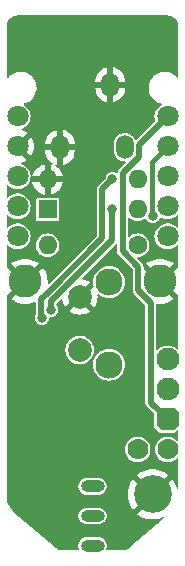
<source format=gbl>
G04 #@! TF.GenerationSoftware,KiCad,Pcbnew,7.0.6*
G04 #@! TF.CreationDate,2023-09-07T09:30:41-03:00*
G04 #@! TF.ProjectId,Lift Switch,4c696674-2053-4776-9974-63682e6b6963,rev?*
G04 #@! TF.SameCoordinates,Original*
G04 #@! TF.FileFunction,Copper,L2,Bot*
G04 #@! TF.FilePolarity,Positive*
%FSLAX46Y46*%
G04 Gerber Fmt 4.6, Leading zero omitted, Abs format (unit mm)*
G04 Created by KiCad (PCBNEW 7.0.6) date 2023-09-07 09:30:41*
%MOMM*%
%LPD*%
G01*
G04 APERTURE LIST*
G04 Aperture macros list*
%AMOutline5P*
0 Free polygon, 5 corners , with rotation*
0 The origin of the aperture is its center*
0 number of corners: always 5*
0 $1 to $10 corner X, Y*
0 $11 Rotation angle, in degrees counterclockwise*
0 create outline with 5 corners*
4,1,5,$1,$2,$3,$4,$5,$6,$7,$8,$9,$10,$1,$2,$11*%
%AMOutline6P*
0 Free polygon, 6 corners , with rotation*
0 The origin of the aperture is its center*
0 number of corners: always 6*
0 $1 to $12 corner X, Y*
0 $13 Rotation angle, in degrees counterclockwise*
0 create outline with 6 corners*
4,1,6,$1,$2,$3,$4,$5,$6,$7,$8,$9,$10,$11,$12,$1,$2,$13*%
%AMOutline7P*
0 Free polygon, 7 corners , with rotation*
0 The origin of the aperture is its center*
0 number of corners: always 7*
0 $1 to $14 corner X, Y*
0 $15 Rotation angle, in degrees counterclockwise*
0 create outline with 7 corners*
4,1,7,$1,$2,$3,$4,$5,$6,$7,$8,$9,$10,$11,$12,$13,$14,$1,$2,$15*%
%AMOutline8P*
0 Free polygon, 8 corners , with rotation*
0 The origin of the aperture is its center*
0 number of corners: always 8*
0 $1 to $16 corner X, Y*
0 $17 Rotation angle, in degrees counterclockwise*
0 create outline with 8 corners*
4,1,8,$1,$2,$3,$4,$5,$6,$7,$8,$9,$10,$11,$12,$13,$14,$15,$16,$1,$2,$17*%
G04 Aperture macros list end*
G04 #@! TA.AperFunction,ComponentPad*
%ADD10C,1.930400*%
G04 #@! TD*
G04 #@! TA.AperFunction,ComponentPad*
%ADD11Outline8P,-0.965200X0.482600X-0.482600X0.965200X0.482600X0.965200X0.965200X0.482600X0.965200X-0.482600X0.482600X-0.965200X-0.482600X-0.965200X-0.965200X-0.482600X270.000000*%
G04 #@! TD*
G04 #@! TA.AperFunction,ComponentPad*
%ADD12C,1.778000*%
G04 #@! TD*
G04 #@! TA.AperFunction,ComponentPad*
%ADD13C,3.200000*%
G04 #@! TD*
G04 #@! TA.AperFunction,ComponentPad*
%ADD14C,1.800000*%
G04 #@! TD*
G04 #@! TA.AperFunction,ComponentPad*
%ADD15C,2.800000*%
G04 #@! TD*
G04 #@! TA.AperFunction,ComponentPad*
%ADD16C,1.600000*%
G04 #@! TD*
G04 #@! TA.AperFunction,ComponentPad*
%ADD17O,1.600000X1.600000*%
G04 #@! TD*
G04 #@! TA.AperFunction,ComponentPad*
%ADD18R,1.600000X1.600000*%
G04 #@! TD*
G04 #@! TA.AperFunction,ComponentPad*
%ADD19O,2.000000X1.000000*%
G04 #@! TD*
G04 #@! TA.AperFunction,ComponentPad*
%ADD20C,2.000000*%
G04 #@! TD*
G04 #@! TA.AperFunction,ComponentPad*
%ADD21C,2.300000*%
G04 #@! TD*
G04 #@! TA.AperFunction,ComponentPad*
%ADD22O,1.500000X2.000000*%
G04 #@! TD*
G04 #@! TA.AperFunction,ViaPad*
%ADD23C,0.800000*%
G04 #@! TD*
G04 #@! TA.AperFunction,Conductor*
%ADD24C,0.508000*%
G04 #@! TD*
G04 #@! TA.AperFunction,Conductor*
%ADD25C,0.381000*%
G04 #@! TD*
G04 APERTURE END LIST*
D10*
X140970000Y-105664000D03*
X140970000Y-108204000D03*
D11*
X140970000Y-110744000D03*
D12*
X140970000Y-113284000D03*
X138430000Y-113284000D03*
D13*
X139700000Y-117094000D03*
D14*
X128270000Y-85090000D03*
X128270000Y-87630000D03*
X128270000Y-90170000D03*
X128270000Y-92710000D03*
X128270000Y-95250000D03*
X140970000Y-95250000D03*
X140970000Y-92710000D03*
X140970000Y-90170000D03*
X140970000Y-87630000D03*
X140970000Y-85090000D03*
D15*
X140335000Y-99060000D03*
X128905000Y-99060000D03*
D16*
X138430000Y-96012000D03*
D17*
X130810000Y-96012000D03*
D18*
X130820000Y-92969000D03*
D17*
X130820000Y-90429000D03*
X138440000Y-90429000D03*
X138440000Y-92969000D03*
D19*
X134620000Y-118924000D03*
X134620000Y-121424000D03*
X134620000Y-116424000D03*
D20*
X133527000Y-104866000D03*
X133527000Y-100366000D03*
D21*
X136027000Y-99116000D03*
X136027000Y-106116000D03*
D22*
X131870000Y-87700000D03*
X136120000Y-82400000D03*
X137370000Y-87700000D03*
D23*
X138176000Y-108458000D03*
X130683000Y-83820000D03*
X140716000Y-103886000D03*
X133096000Y-102616000D03*
X128397000Y-80391000D03*
X139065000Y-85217000D03*
X132080000Y-113284000D03*
X134620000Y-77597000D03*
X131191000Y-97790000D03*
X134275651Y-94160696D03*
X137160000Y-116586000D03*
X128524000Y-114173000D03*
X128651000Y-101600000D03*
X128905000Y-117856000D03*
X140716000Y-101473000D03*
X130175000Y-86487000D03*
X136271000Y-120269000D03*
X128397000Y-104902000D03*
X135382000Y-103886000D03*
X128397000Y-77597000D03*
X136271000Y-113030000D03*
X132969000Y-108331000D03*
X140843000Y-77724000D03*
X134493000Y-87503000D03*
X138811000Y-81534000D03*
X132842000Y-120269000D03*
X130355427Y-102140353D03*
X136306920Y-90423196D03*
X136306500Y-92964000D03*
X131099500Y-101473000D03*
X139719101Y-93536897D03*
D24*
X135452500Y-91277616D02*
X136306920Y-90423196D01*
X130806237Y-100029233D02*
X135452500Y-95382970D01*
X135452500Y-92964000D02*
X135452500Y-91277616D01*
X130245500Y-102030426D02*
X130245500Y-101346000D01*
X130245500Y-100589970D02*
X130806237Y-100029233D01*
X130245500Y-101346000D02*
X130245500Y-100589970D01*
X130355427Y-102140353D02*
X130245500Y-102030426D01*
X135452500Y-95382970D02*
X135452500Y-92964000D01*
X140970000Y-110744000D02*
X139550800Y-109324800D01*
X137186000Y-89909576D02*
X138574000Y-88521576D01*
X137160000Y-90450000D02*
X137186000Y-90424000D01*
X137160000Y-96515424D02*
X137160000Y-90450000D01*
X139550800Y-109324800D02*
X139550800Y-100897752D01*
X138574000Y-88521576D02*
X138574000Y-87486000D01*
X138481000Y-99827952D02*
X138481000Y-97836424D01*
X138481000Y-97836424D02*
X137160000Y-96515424D01*
X137186000Y-90424000D02*
X137186000Y-89909576D01*
X139550800Y-100897752D02*
X138481000Y-99827952D01*
X138574000Y-87486000D02*
X140970000Y-85090000D01*
X131099500Y-101473000D02*
X131099500Y-100737233D01*
X132682367Y-99154366D02*
X136306500Y-95530233D01*
X131099500Y-100737233D02*
X132682367Y-99154366D01*
X136306500Y-95530233D02*
X136306500Y-92964000D01*
D25*
X139719101Y-93536897D02*
X139679500Y-93497296D01*
X139679500Y-88920500D02*
X140970000Y-87630000D01*
X139679500Y-93497296D02*
X139679500Y-88920500D01*
G04 #@! TA.AperFunction,Conductor*
G36*
X136673433Y-95893939D02*
G01*
X136702938Y-95936076D01*
X136705500Y-95955539D01*
X136705500Y-96487781D01*
X136705263Y-96491994D01*
X136700687Y-96532606D01*
X136700687Y-96532613D01*
X136711843Y-96591572D01*
X136720785Y-96650899D01*
X136722447Y-96656286D01*
X136722393Y-96656302D01*
X136724246Y-96661932D01*
X136724298Y-96661914D01*
X136726159Y-96667233D01*
X136754196Y-96720281D01*
X136780230Y-96774339D01*
X136780233Y-96774345D01*
X136780237Y-96774349D01*
X136783408Y-96779000D01*
X136783361Y-96779031D01*
X136786787Y-96783860D01*
X136786832Y-96783828D01*
X136790177Y-96788360D01*
X136790178Y-96788361D01*
X136790180Y-96788364D01*
X136832609Y-96830793D01*
X136873423Y-96874780D01*
X136873424Y-96874781D01*
X136877832Y-96878296D01*
X136877797Y-96878339D01*
X136887933Y-96886117D01*
X138004474Y-98002658D01*
X138026214Y-98049278D01*
X138026500Y-98055832D01*
X138026500Y-99800309D01*
X138026263Y-99804522D01*
X138021687Y-99845134D01*
X138021687Y-99845141D01*
X138032843Y-99904100D01*
X138041785Y-99963427D01*
X138043447Y-99968814D01*
X138043393Y-99968830D01*
X138045246Y-99974460D01*
X138045298Y-99974442D01*
X138047159Y-99979761D01*
X138075196Y-100032809D01*
X138088291Y-100060000D01*
X138101233Y-100086873D01*
X138101237Y-100086877D01*
X138104408Y-100091528D01*
X138104361Y-100091559D01*
X138107787Y-100096388D01*
X138107832Y-100096356D01*
X138111177Y-100100888D01*
X138111178Y-100100889D01*
X138111180Y-100100892D01*
X138153609Y-100143321D01*
X138194423Y-100187308D01*
X138194424Y-100187309D01*
X138198832Y-100190824D01*
X138198797Y-100190867D01*
X138208933Y-100198645D01*
X138642765Y-100632477D01*
X139074274Y-101063985D01*
X139096014Y-101110605D01*
X139096300Y-101117159D01*
X139096300Y-109297157D01*
X139096063Y-109301370D01*
X139091487Y-109341982D01*
X139091487Y-109341989D01*
X139102643Y-109400948D01*
X139111585Y-109460275D01*
X139113247Y-109465662D01*
X139113193Y-109465678D01*
X139115046Y-109471308D01*
X139115098Y-109471290D01*
X139116959Y-109476609D01*
X139144996Y-109529657D01*
X139168422Y-109578300D01*
X139171033Y-109583721D01*
X139171037Y-109583725D01*
X139174208Y-109588376D01*
X139174161Y-109588407D01*
X139177587Y-109593236D01*
X139177632Y-109593204D01*
X139180977Y-109597736D01*
X139180978Y-109597737D01*
X139180980Y-109597740D01*
X139223409Y-109640169D01*
X139264223Y-109684156D01*
X139264224Y-109684157D01*
X139268632Y-109687672D01*
X139268597Y-109687715D01*
X139278733Y-109695493D01*
X139782274Y-110199034D01*
X139804014Y-110245654D01*
X139804300Y-110252208D01*
X139804300Y-111246352D01*
X139815931Y-111304830D01*
X139815933Y-111304835D01*
X139849054Y-111354404D01*
X139849062Y-111354413D01*
X140359583Y-111864934D01*
X140359587Y-111864937D01*
X140359590Y-111864940D01*
X140392418Y-111886875D01*
X140409164Y-111898064D01*
X140409166Y-111898065D01*
X140409169Y-111898067D01*
X140438410Y-111903883D01*
X140467651Y-111909700D01*
X140467652Y-111909700D01*
X141472353Y-111909700D01*
X141491845Y-111905822D01*
X141530832Y-111898068D01*
X141580408Y-111864942D01*
X141763526Y-111681823D01*
X141810146Y-111660084D01*
X141859833Y-111673398D01*
X141889338Y-111715535D01*
X141891900Y-111734998D01*
X141891900Y-112479839D01*
X141874307Y-112528177D01*
X141829758Y-112553897D01*
X141779100Y-112544964D01*
X141766038Y-112535412D01*
X141629386Y-112410836D01*
X141457716Y-112304542D01*
X141269434Y-112231601D01*
X141236353Y-112225417D01*
X141070957Y-112194500D01*
X140869043Y-112194500D01*
X140736725Y-112219233D01*
X140670565Y-112231601D01*
X140482284Y-112304542D01*
X140482283Y-112304542D01*
X140310613Y-112410836D01*
X140161400Y-112546863D01*
X140039717Y-112707998D01*
X139949719Y-112888739D01*
X139949717Y-112888742D01*
X139894462Y-113082942D01*
X139875832Y-113283997D01*
X139875832Y-113284002D01*
X139894462Y-113485057D01*
X139949717Y-113679257D01*
X139949719Y-113679260D01*
X140039717Y-113860001D01*
X140161400Y-114021136D01*
X140310613Y-114157163D01*
X140482283Y-114263457D01*
X140482285Y-114263457D01*
X140482287Y-114263459D01*
X140670567Y-114336399D01*
X140869043Y-114373500D01*
X140869048Y-114373500D01*
X141070952Y-114373500D01*
X141070957Y-114373500D01*
X141269433Y-114336399D01*
X141457713Y-114263459D01*
X141629384Y-114157165D01*
X141766039Y-114032586D01*
X141813612Y-114013023D01*
X141862631Y-114028617D01*
X141890159Y-114072072D01*
X141891900Y-114088160D01*
X141891900Y-116549544D01*
X141874307Y-116597882D01*
X141829758Y-116623602D01*
X141779100Y-116614669D01*
X141746035Y-116575264D01*
X141743073Y-116564844D01*
X141734574Y-116523945D01*
X141734570Y-116523933D01*
X141638001Y-116252210D01*
X141638000Y-116252209D01*
X141505323Y-115996155D01*
X141361211Y-115791996D01*
X140748545Y-116404662D01*
X140747433Y-116402596D01*
X140607145Y-116226680D01*
X140437701Y-116078642D01*
X140386649Y-116048140D01*
X141000368Y-115434421D01*
X140918477Y-115367798D01*
X140672085Y-115217965D01*
X140672078Y-115217961D01*
X140407585Y-115103075D01*
X140407576Y-115103072D01*
X140129887Y-115025268D01*
X139844185Y-114986000D01*
X139555815Y-114986000D01*
X139270112Y-115025268D01*
X138992423Y-115103072D01*
X138992414Y-115103075D01*
X138727921Y-115217961D01*
X138727914Y-115217965D01*
X138481519Y-115367801D01*
X138481512Y-115367806D01*
X138399630Y-115434420D01*
X138399630Y-115434421D01*
X139013150Y-116047941D01*
X138874253Y-116148856D01*
X138718761Y-116311488D01*
X138654949Y-116408158D01*
X138038787Y-115791996D01*
X138038786Y-115791996D01*
X137894678Y-115996151D01*
X137761999Y-116252209D01*
X137761998Y-116252210D01*
X137665429Y-116523933D01*
X137665425Y-116523945D01*
X137606755Y-116806280D01*
X137606755Y-116806283D01*
X137587074Y-117093999D01*
X137606755Y-117381716D01*
X137606755Y-117381719D01*
X137665425Y-117664054D01*
X137665429Y-117664066D01*
X137761998Y-117935789D01*
X137761999Y-117935790D01*
X137894678Y-118191848D01*
X138038787Y-118396002D01*
X138651453Y-117783335D01*
X138652567Y-117785404D01*
X138792855Y-117961320D01*
X138962299Y-118109358D01*
X139013349Y-118139859D01*
X138399630Y-118753577D01*
X138481514Y-118820195D01*
X138481521Y-118820200D01*
X138727914Y-118970034D01*
X138727921Y-118970038D01*
X138992414Y-119084924D01*
X138992423Y-119084927D01*
X139270112Y-119162731D01*
X139555815Y-119202000D01*
X139844185Y-119202000D01*
X140129887Y-119162731D01*
X140407576Y-119084927D01*
X140407585Y-119084924D01*
X140612207Y-118996043D01*
X140663552Y-118992922D01*
X140704891Y-119023535D01*
X140716880Y-119073558D01*
X140693911Y-119119584D01*
X140690377Y-119122730D01*
X137757637Y-121572584D01*
X137757496Y-121572685D01*
X137712225Y-121610518D01*
X137709624Y-121612506D01*
X137584994Y-121699445D01*
X137573661Y-121705965D01*
X137440323Y-121767927D01*
X137428030Y-121772386D01*
X137285976Y-121810313D01*
X137273099Y-121812575D01*
X137172410Y-121821338D01*
X137121628Y-121825758D01*
X137118368Y-121825899D01*
X137081893Y-121825890D01*
X137064949Y-121825887D01*
X137064948Y-121825887D01*
X137059131Y-121825886D01*
X137058955Y-121825900D01*
X135824581Y-121825900D01*
X135776243Y-121808307D01*
X135750523Y-121763758D01*
X135757995Y-121715753D01*
X135779788Y-121674228D01*
X135779789Y-121674227D01*
X135779789Y-121674226D01*
X135779790Y-121674225D01*
X135820500Y-121509056D01*
X135820500Y-121338944D01*
X135779790Y-121173775D01*
X135700734Y-121023148D01*
X135700732Y-121023146D01*
X135700731Y-121023144D01*
X135587937Y-120895825D01*
X135587932Y-120895820D01*
X135587929Y-120895817D01*
X135447930Y-120799182D01*
X135288872Y-120738860D01*
X135162372Y-120723500D01*
X134077628Y-120723500D01*
X133951128Y-120738860D01*
X133951126Y-120738860D01*
X133951124Y-120738861D01*
X133792072Y-120799181D01*
X133792069Y-120799182D01*
X133652072Y-120895816D01*
X133652062Y-120895825D01*
X133539268Y-121023144D01*
X133539266Y-121023147D01*
X133460210Y-121173774D01*
X133419500Y-121338945D01*
X133419500Y-121509054D01*
X133460210Y-121674227D01*
X133460211Y-121674228D01*
X133482005Y-121715753D01*
X133488891Y-121766730D01*
X133461398Y-121810206D01*
X133415419Y-121825900D01*
X132181045Y-121825900D01*
X132180868Y-121825886D01*
X132175051Y-121825887D01*
X132158495Y-121825890D01*
X132121557Y-121825899D01*
X132118287Y-121825758D01*
X131966899Y-121812582D01*
X131954021Y-121810320D01*
X131811968Y-121772393D01*
X131799676Y-121767935D01*
X131694309Y-121718972D01*
X131666332Y-121705971D01*
X131654999Y-121699451D01*
X131530448Y-121612566D01*
X131527850Y-121610581D01*
X131482504Y-121572685D01*
X131482362Y-121572584D01*
X128413540Y-119009056D01*
X133419500Y-119009056D01*
X133447518Y-119122730D01*
X133460210Y-119174225D01*
X133539266Y-119324852D01*
X133539268Y-119324855D01*
X133652062Y-119452174D01*
X133652067Y-119452178D01*
X133652071Y-119452183D01*
X133792070Y-119548818D01*
X133951128Y-119609140D01*
X134077628Y-119624500D01*
X135162372Y-119624500D01*
X135288872Y-119609140D01*
X135447930Y-119548818D01*
X135587929Y-119452183D01*
X135700734Y-119324852D01*
X135779790Y-119174225D01*
X135820500Y-119009056D01*
X135820500Y-118838944D01*
X135779790Y-118673775D01*
X135700734Y-118523148D01*
X135700732Y-118523146D01*
X135700731Y-118523144D01*
X135587937Y-118395825D01*
X135587932Y-118395820D01*
X135587929Y-118395817D01*
X135447930Y-118299182D01*
X135288872Y-118238860D01*
X135162372Y-118223500D01*
X134077628Y-118223500D01*
X133951128Y-118238860D01*
X133951126Y-118238860D01*
X133951124Y-118238861D01*
X133792072Y-118299181D01*
X133792069Y-118299182D01*
X133652072Y-118395816D01*
X133652062Y-118395825D01*
X133539268Y-118523144D01*
X133539266Y-118523147D01*
X133460210Y-118673774D01*
X133460209Y-118673775D01*
X133460210Y-118673775D01*
X133419500Y-118838944D01*
X133419500Y-119009056D01*
X128413540Y-119009056D01*
X128135987Y-118777203D01*
X128134206Y-118775617D01*
X127938179Y-118589541D01*
X127934986Y-118586107D01*
X127883364Y-118523147D01*
X127764346Y-118377989D01*
X127761609Y-118374190D01*
X127618168Y-118146461D01*
X127615924Y-118142352D01*
X127501917Y-117898565D01*
X127500200Y-117894203D01*
X127417389Y-117638126D01*
X127416227Y-117633583D01*
X127365901Y-117369200D01*
X127365313Y-117364548D01*
X127348176Y-117094747D01*
X127348100Y-117092363D01*
X127348100Y-116509056D01*
X133419500Y-116509056D01*
X133442096Y-116600733D01*
X133460210Y-116674225D01*
X133539266Y-116824852D01*
X133539268Y-116824855D01*
X133652062Y-116952174D01*
X133652067Y-116952178D01*
X133652071Y-116952183D01*
X133792070Y-117048818D01*
X133951128Y-117109140D01*
X134077628Y-117124500D01*
X135162372Y-117124500D01*
X135288872Y-117109140D01*
X135447930Y-117048818D01*
X135587929Y-116952183D01*
X135700734Y-116824852D01*
X135779790Y-116674225D01*
X135820500Y-116509056D01*
X135820500Y-116338944D01*
X135779790Y-116173775D01*
X135700734Y-116023148D01*
X135700732Y-116023146D01*
X135700731Y-116023144D01*
X135587937Y-115895825D01*
X135587932Y-115895820D01*
X135587929Y-115895817D01*
X135447930Y-115799182D01*
X135288872Y-115738860D01*
X135162372Y-115723500D01*
X134077628Y-115723500D01*
X133951128Y-115738860D01*
X133951126Y-115738860D01*
X133951124Y-115738861D01*
X133792072Y-115799181D01*
X133792069Y-115799182D01*
X133652072Y-115895816D01*
X133652062Y-115895825D01*
X133539268Y-116023144D01*
X133539266Y-116023147D01*
X133460210Y-116173774D01*
X133460209Y-116173775D01*
X133460210Y-116173775D01*
X133419500Y-116338944D01*
X133419500Y-116509056D01*
X127348100Y-116509056D01*
X127348100Y-113284002D01*
X137335832Y-113284002D01*
X137354462Y-113485057D01*
X137409717Y-113679257D01*
X137409719Y-113679260D01*
X137499717Y-113860001D01*
X137621400Y-114021136D01*
X137770613Y-114157163D01*
X137942283Y-114263457D01*
X137942285Y-114263457D01*
X137942287Y-114263459D01*
X138130567Y-114336399D01*
X138329043Y-114373500D01*
X138329048Y-114373500D01*
X138530952Y-114373500D01*
X138530957Y-114373500D01*
X138729433Y-114336399D01*
X138917713Y-114263459D01*
X139089384Y-114157165D01*
X139238600Y-114021136D01*
X139360280Y-113860005D01*
X139450281Y-113679259D01*
X139505538Y-113485053D01*
X139524168Y-113284000D01*
X139505538Y-113082947D01*
X139505537Y-113082942D01*
X139450282Y-112888742D01*
X139450280Y-112888739D01*
X139360282Y-112707998D01*
X139238599Y-112546863D01*
X139089386Y-112410836D01*
X138917716Y-112304542D01*
X138729434Y-112231601D01*
X138696353Y-112225417D01*
X138530957Y-112194500D01*
X138329043Y-112194500D01*
X138196725Y-112219234D01*
X138130565Y-112231601D01*
X137942284Y-112304542D01*
X137942283Y-112304542D01*
X137770613Y-112410836D01*
X137621400Y-112546863D01*
X137499717Y-112707998D01*
X137409719Y-112888739D01*
X137409717Y-112888742D01*
X137354462Y-113082942D01*
X137335832Y-113283997D01*
X137335832Y-113284002D01*
X127348100Y-113284002D01*
X127348100Y-106116000D01*
X134671341Y-106116000D01*
X134691936Y-106351403D01*
X134691936Y-106351406D01*
X134691937Y-106351408D01*
X134753097Y-106579663D01*
X134753098Y-106579666D01*
X134852961Y-106793824D01*
X134852964Y-106793829D01*
X134852965Y-106793830D01*
X134879471Y-106831684D01*
X134988507Y-106987404D01*
X135155595Y-107154492D01*
X135155598Y-107154494D01*
X135155599Y-107154495D01*
X135349170Y-107290035D01*
X135349172Y-107290035D01*
X135349175Y-107290038D01*
X135527401Y-107373145D01*
X135563337Y-107389903D01*
X135791592Y-107451063D01*
X136027000Y-107471659D01*
X136262408Y-107451063D01*
X136490663Y-107389903D01*
X136704830Y-107290035D01*
X136898401Y-107154495D01*
X137065495Y-106987401D01*
X137201035Y-106793830D01*
X137300903Y-106579663D01*
X137362063Y-106351408D01*
X137382659Y-106116000D01*
X137362063Y-105880592D01*
X137300903Y-105652337D01*
X137230187Y-105500687D01*
X137201038Y-105438176D01*
X137201035Y-105438173D01*
X137201035Y-105438171D01*
X137065495Y-105244599D01*
X137065494Y-105244598D01*
X137065492Y-105244595D01*
X136898404Y-105077507D01*
X136704824Y-104941961D01*
X136490666Y-104842098D01*
X136490663Y-104842097D01*
X136262408Y-104780937D01*
X136262406Y-104780936D01*
X136262403Y-104780936D01*
X136027000Y-104760341D01*
X135791596Y-104780936D01*
X135791592Y-104780936D01*
X135791592Y-104780937D01*
X135674539Y-104812301D01*
X135563337Y-104842097D01*
X135563333Y-104842098D01*
X135349176Y-104941961D01*
X135155595Y-105077507D01*
X134988507Y-105244595D01*
X134852961Y-105438176D01*
X134753098Y-105652333D01*
X134753097Y-105652337D01*
X134691936Y-105880596D01*
X134671341Y-106116000D01*
X127348100Y-106116000D01*
X127348100Y-104866002D01*
X132321357Y-104866002D01*
X132341885Y-105087536D01*
X132341886Y-105087544D01*
X132402768Y-105301519D01*
X132402772Y-105301530D01*
X132501940Y-105500687D01*
X132636015Y-105678232D01*
X132636018Y-105678235D01*
X132800435Y-105828122D01*
X132800437Y-105828123D01*
X132800438Y-105828124D01*
X132989599Y-105945247D01*
X133197060Y-106025618D01*
X133415757Y-106066500D01*
X133415761Y-106066500D01*
X133638239Y-106066500D01*
X133638243Y-106066500D01*
X133856940Y-106025618D01*
X134064401Y-105945247D01*
X134253562Y-105828124D01*
X134417981Y-105678236D01*
X134552058Y-105500689D01*
X134651229Y-105301528D01*
X134712115Y-105087536D01*
X134729433Y-104900638D01*
X134732643Y-104866002D01*
X134732643Y-104865997D01*
X134722852Y-104760341D01*
X134712115Y-104644464D01*
X134712113Y-104644458D01*
X134712113Y-104644455D01*
X134651231Y-104430480D01*
X134651229Y-104430472D01*
X134601440Y-104330484D01*
X134552059Y-104231312D01*
X134417984Y-104053767D01*
X134417981Y-104053764D01*
X134253564Y-103903877D01*
X134064405Y-103786755D01*
X134064402Y-103786754D01*
X134064401Y-103786753D01*
X133856940Y-103706382D01*
X133638243Y-103665500D01*
X133415757Y-103665500D01*
X133240799Y-103698205D01*
X133197059Y-103706382D01*
X132989594Y-103786755D01*
X132800435Y-103903877D01*
X132636018Y-104053764D01*
X132636015Y-104053767D01*
X132501940Y-104231312D01*
X132402772Y-104430469D01*
X132402768Y-104430480D01*
X132341886Y-104644455D01*
X132341885Y-104644463D01*
X132321357Y-104865997D01*
X132321357Y-104866002D01*
X127348100Y-104866002D01*
X127348100Y-100288838D01*
X127365693Y-100240500D01*
X127370126Y-100235664D01*
X128041177Y-99564612D01*
X128110146Y-99675263D01*
X128250268Y-99822671D01*
X128398420Y-99925788D01*
X127747393Y-100576814D01*
X127870824Y-100669213D01*
X128110357Y-100800008D01*
X128366091Y-100895392D01*
X128632761Y-100953402D01*
X128632784Y-100953405D01*
X128904994Y-100972874D01*
X128905006Y-100972874D01*
X129177215Y-100953405D01*
X129177238Y-100953402D01*
X129443908Y-100895392D01*
X129689520Y-100803783D01*
X129740958Y-100803375D01*
X129780625Y-100836126D01*
X129791000Y-100874242D01*
X129791000Y-101918858D01*
X129785276Y-101947635D01*
X129770384Y-101983587D01*
X129770383Y-101983589D01*
X129770383Y-101983591D01*
X129757864Y-102078681D01*
X129749745Y-102140352D01*
X129770383Y-102297116D01*
X129830890Y-102443192D01*
X129830892Y-102443195D01*
X129927144Y-102568635D01*
X130005228Y-102628550D01*
X130052586Y-102664889D01*
X130198665Y-102725397D01*
X130355427Y-102746035D01*
X130512189Y-102725397D01*
X130658268Y-102664889D01*
X130783709Y-102568635D01*
X130879963Y-102443194D01*
X130940471Y-102297115D01*
X130961109Y-102140353D01*
X130961108Y-102140349D01*
X130961631Y-102136380D01*
X130985383Y-102090752D01*
X131032908Y-102071067D01*
X131045992Y-102071637D01*
X131099500Y-102078682D01*
X131256262Y-102058044D01*
X131402341Y-101997536D01*
X131527782Y-101901282D01*
X131624036Y-101775841D01*
X131684544Y-101629762D01*
X131705182Y-101473000D01*
X131684544Y-101316238D01*
X131624036Y-101170159D01*
X131624033Y-101170155D01*
X131569539Y-101099137D01*
X131553999Y-101053358D01*
X131553999Y-100956641D01*
X131571592Y-100908303D01*
X131576012Y-100903479D01*
X131907792Y-100571699D01*
X131954409Y-100549962D01*
X132004096Y-100563276D01*
X132033601Y-100605413D01*
X132034085Y-100607321D01*
X132088370Y-100833430D01*
X132088373Y-100833441D01*
X132179207Y-101052734D01*
X132293897Y-101239892D01*
X133042638Y-100491150D01*
X133067507Y-100575844D01*
X133145239Y-100696798D01*
X133253900Y-100790952D01*
X133384685Y-100850680D01*
X133399411Y-100852797D01*
X132653106Y-101599101D01*
X132840265Y-101713792D01*
X133059558Y-101804626D01*
X133059569Y-101804629D01*
X133290359Y-101860038D01*
X133290369Y-101860040D01*
X133526997Y-101878663D01*
X133527003Y-101878663D01*
X133763630Y-101860040D01*
X133763640Y-101860038D01*
X133994430Y-101804629D01*
X133994441Y-101804626D01*
X134213736Y-101713791D01*
X134213742Y-101713788D01*
X134400891Y-101599102D01*
X134400892Y-101599101D01*
X133654588Y-100852797D01*
X133669315Y-100850680D01*
X133800100Y-100790952D01*
X133908761Y-100696798D01*
X133986493Y-100575844D01*
X134011360Y-100491151D01*
X134760101Y-101239892D01*
X134760102Y-101239891D01*
X134874788Y-101052742D01*
X134874791Y-101052736D01*
X134965626Y-100833441D01*
X134965629Y-100833430D01*
X135021038Y-100602640D01*
X135021040Y-100602630D01*
X135039663Y-100366002D01*
X135039663Y-100365997D01*
X135027684Y-100213797D01*
X135041430Y-100164228D01*
X135083823Y-100135092D01*
X135135026Y-100140022D01*
X135152869Y-100152633D01*
X135153080Y-100152382D01*
X135155594Y-100154491D01*
X135155597Y-100154493D01*
X135155599Y-100154495D01*
X135349170Y-100290035D01*
X135349172Y-100290035D01*
X135349175Y-100290038D01*
X135512073Y-100365998D01*
X135563337Y-100389903D01*
X135791592Y-100451063D01*
X136027000Y-100471659D01*
X136262408Y-100451063D01*
X136490663Y-100389903D01*
X136704830Y-100290035D01*
X136898401Y-100154495D01*
X137065495Y-99987401D01*
X137201035Y-99793830D01*
X137300903Y-99579663D01*
X137362063Y-99351408D01*
X137382659Y-99116000D01*
X137362063Y-98880592D01*
X137300903Y-98652337D01*
X137204097Y-98444737D01*
X137201038Y-98438176D01*
X137201035Y-98438173D01*
X137201035Y-98438171D01*
X137065495Y-98244599D01*
X137065494Y-98244598D01*
X137065492Y-98244595D01*
X136898404Y-98077507D01*
X136822965Y-98024684D01*
X136704830Y-97941965D01*
X136704829Y-97941964D01*
X136704824Y-97941961D01*
X136490666Y-97842098D01*
X136490663Y-97842097D01*
X136262408Y-97780937D01*
X136262406Y-97780936D01*
X136262403Y-97780936D01*
X136058682Y-97763112D01*
X136027000Y-97760341D01*
X136026999Y-97760341D01*
X135791596Y-97780936D01*
X135563337Y-97842097D01*
X135563333Y-97842098D01*
X135349176Y-97941961D01*
X135155595Y-98077507D01*
X134988507Y-98244595D01*
X134852961Y-98438176D01*
X134753098Y-98652333D01*
X134753097Y-98652337D01*
X134693949Y-98873085D01*
X134691936Y-98880596D01*
X134671341Y-99116000D01*
X134691936Y-99351403D01*
X134691936Y-99351404D01*
X134724837Y-99474199D01*
X134720353Y-99525443D01*
X134705373Y-99546835D01*
X134011360Y-100240847D01*
X133986493Y-100156156D01*
X133908761Y-100035202D01*
X133800100Y-99941048D01*
X133669315Y-99881320D01*
X133654586Y-99879202D01*
X134400892Y-99132897D01*
X134213734Y-99018207D01*
X133994441Y-98927373D01*
X133994430Y-98927370D01*
X133768320Y-98873085D01*
X133725425Y-98844693D01*
X133710815Y-98795372D01*
X133731327Y-98748199D01*
X133732624Y-98746867D01*
X136577127Y-95902364D01*
X136623746Y-95880625D01*
X136673433Y-95893939D01*
G37*
G04 #@! TD.AperFunction*
G04 #@! TA.AperFunction,Conductor*
G36*
X141869874Y-100235665D02*
G01*
X141891614Y-100282285D01*
X141891900Y-100288839D01*
X141891900Y-104756728D01*
X141874307Y-104805066D01*
X141829758Y-104830786D01*
X141779100Y-104821853D01*
X141766038Y-104812301D01*
X141675503Y-104729767D01*
X141491827Y-104616040D01*
X141491824Y-104616039D01*
X141491823Y-104616038D01*
X141290376Y-104537996D01*
X141290378Y-104537996D01*
X141229702Y-104526654D01*
X141078018Y-104498300D01*
X140861982Y-104498300D01*
X140720409Y-104524764D01*
X140649622Y-104537996D01*
X140448172Y-104616040D01*
X140264496Y-104729767D01*
X140131162Y-104851319D01*
X140083588Y-104870883D01*
X140034568Y-104855289D01*
X140007041Y-104811834D01*
X140005300Y-104795746D01*
X140005300Y-101030064D01*
X140022893Y-100981726D01*
X140067442Y-100956006D01*
X140085865Y-100955056D01*
X140334994Y-100972874D01*
X140335006Y-100972874D01*
X140607215Y-100953405D01*
X140607238Y-100953402D01*
X140873908Y-100895392D01*
X141129642Y-100800008D01*
X141369175Y-100669213D01*
X141492605Y-100576814D01*
X140839487Y-99923697D01*
X140909214Y-99884996D01*
X141063531Y-99752520D01*
X141188021Y-99591692D01*
X141200487Y-99566278D01*
X141869874Y-100235665D01*
G37*
G04 #@! TD.AperFunction*
G04 #@! TA.AperFunction,Conductor*
G36*
X140971634Y-76548243D02*
G01*
X141123534Y-76561532D01*
X141136436Y-76563807D01*
X141278956Y-76601995D01*
X141291274Y-76606479D01*
X141424986Y-76668830D01*
X141436338Y-76675384D01*
X141557198Y-76760011D01*
X141567239Y-76768437D01*
X141671562Y-76872760D01*
X141679988Y-76882801D01*
X141764615Y-77003661D01*
X141771169Y-77015013D01*
X141833520Y-77148725D01*
X141838004Y-77161043D01*
X141876191Y-77303560D01*
X141878467Y-77316469D01*
X141891757Y-77468365D01*
X141891900Y-77471644D01*
X141891900Y-81763638D01*
X141874307Y-81811976D01*
X141829758Y-81837696D01*
X141779100Y-81828763D01*
X141760249Y-81813321D01*
X141656620Y-81695575D01*
X141656618Y-81695573D01*
X141656617Y-81695572D01*
X141477234Y-81550730D01*
X141477229Y-81550727D01*
X141477228Y-81550726D01*
X141275937Y-81438279D01*
X141275931Y-81438276D01*
X141058542Y-81361467D01*
X140831287Y-81322500D01*
X140831285Y-81322500D01*
X140658465Y-81322500D01*
X140585185Y-81328737D01*
X140486266Y-81337156D01*
X140486263Y-81337156D01*
X140486261Y-81337157D01*
X140392897Y-81361467D01*
X140263130Y-81395255D01*
X140053031Y-81490224D01*
X140053028Y-81490226D01*
X139862000Y-81619340D01*
X139695541Y-81778877D01*
X139695535Y-81778884D01*
X139558435Y-81964256D01*
X139558429Y-81964266D01*
X139454633Y-82170133D01*
X139454629Y-82170141D01*
X139387114Y-82390602D01*
X139357828Y-82619306D01*
X139367613Y-82849663D01*
X139367613Y-82849665D01*
X139416189Y-83075061D01*
X139502157Y-83289003D01*
X139502161Y-83289010D01*
X139564179Y-83389733D01*
X139623049Y-83485343D01*
X139775380Y-83658425D01*
X139775382Y-83658427D01*
X139954765Y-83803269D01*
X139954768Y-83803270D01*
X139954772Y-83803274D01*
X140156063Y-83915721D01*
X140156066Y-83915722D01*
X140156068Y-83915723D01*
X140373458Y-83992532D01*
X140373460Y-83992532D01*
X140373462Y-83992533D01*
X140395916Y-83996383D01*
X140440585Y-84021892D01*
X140458407Y-84070146D01*
X140441042Y-84118566D01*
X140422796Y-84134437D01*
X140303956Y-84208020D01*
X140153235Y-84345421D01*
X140153232Y-84345424D01*
X140030324Y-84508182D01*
X139939418Y-84690748D01*
X139939416Y-84690752D01*
X139883603Y-84886912D01*
X139864785Y-85089997D01*
X139864785Y-85090002D01*
X139883603Y-85293083D01*
X139883604Y-85293088D01*
X139924792Y-85437847D01*
X139921099Y-85489154D01*
X139905637Y-85511601D01*
X138352774Y-87064463D01*
X138306154Y-87086203D01*
X138256467Y-87072889D01*
X138233849Y-87047784D01*
X138199746Y-86986342D01*
X138154159Y-86904209D01*
X138138032Y-86885424D01*
X138090458Y-86830007D01*
X138028240Y-86757532D01*
X137983439Y-86722853D01*
X137875376Y-86639205D01*
X137793531Y-86599058D01*
X137701816Y-86554070D01*
X137680436Y-86548534D01*
X137514680Y-86505616D01*
X137514675Y-86505615D01*
X137514674Y-86505615D01*
X137514672Y-86505614D01*
X137514666Y-86505614D01*
X137321616Y-86495823D01*
X137321615Y-86495823D01*
X137257691Y-86505616D01*
X137130526Y-86525097D01*
X136991072Y-86576745D01*
X136949244Y-86592237D01*
X136785196Y-86694488D01*
X136785186Y-86694496D01*
X136645083Y-86827673D01*
X136645078Y-86827679D01*
X136534646Y-86986342D01*
X136458413Y-87163986D01*
X136458413Y-87163987D01*
X136449975Y-87205048D01*
X136422907Y-87336768D01*
X136419500Y-87353345D01*
X136419500Y-87998207D01*
X136434155Y-88142322D01*
X136434155Y-88142323D01*
X136492024Y-88326764D01*
X136492025Y-88326767D01*
X136492026Y-88326768D01*
X136566942Y-88461742D01*
X136585843Y-88495794D01*
X136615258Y-88530058D01*
X136711760Y-88642468D01*
X136770337Y-88687810D01*
X136864623Y-88760794D01*
X136864626Y-88760795D01*
X136864627Y-88760796D01*
X137038184Y-88845930D01*
X137225326Y-88894385D01*
X137280562Y-88897186D01*
X137373282Y-88901889D01*
X137420666Y-88921908D01*
X137444097Y-88967702D01*
X137432610Y-89017842D01*
X137422647Y-89030166D01*
X136884165Y-89568649D01*
X136881019Y-89571461D01*
X136849067Y-89596941D01*
X136815260Y-89646525D01*
X136779629Y-89694805D01*
X136776998Y-89699784D01*
X136776950Y-89699758D01*
X136774278Y-89705051D01*
X136774327Y-89705075D01*
X136771882Y-89710151D01*
X136754196Y-89767491D01*
X136734377Y-89824128D01*
X136733331Y-89829659D01*
X136733279Y-89829649D01*
X136732286Y-89835493D01*
X136732339Y-89835501D01*
X136730660Y-89846643D01*
X136729020Y-89846395D01*
X136713907Y-89887921D01*
X136669358Y-89913641D01*
X136618700Y-89904708D01*
X136610523Y-89899244D01*
X136609766Y-89898663D01*
X136609759Y-89898659D01*
X136463683Y-89838152D01*
X136306920Y-89817514D01*
X136150156Y-89838152D01*
X136004080Y-89898659D01*
X136004077Y-89898661D01*
X135878637Y-89994913D01*
X135782385Y-90120353D01*
X135782383Y-90120356D01*
X135721875Y-90266435D01*
X135710189Y-90355189D01*
X135688807Y-90398546D01*
X135150665Y-90936689D01*
X135147519Y-90939501D01*
X135115567Y-90964981D01*
X135081760Y-91014565D01*
X135046129Y-91062845D01*
X135043498Y-91067824D01*
X135043450Y-91067798D01*
X135040778Y-91073091D01*
X135040827Y-91073115D01*
X135038382Y-91078191D01*
X135020696Y-91135531D01*
X135000877Y-91192168D01*
X134999831Y-91197699D01*
X134999779Y-91197689D01*
X134998786Y-91203533D01*
X134998839Y-91203541D01*
X134998000Y-91209108D01*
X134998000Y-91269107D01*
X134995755Y-91329078D01*
X134996387Y-91334681D01*
X134996332Y-91334687D01*
X134998000Y-91347353D01*
X134998000Y-95163560D01*
X134980407Y-95211898D01*
X134975974Y-95216734D01*
X130936188Y-99256519D01*
X130889568Y-99278259D01*
X130839881Y-99264945D01*
X130810376Y-99222808D01*
X130808006Y-99197980D01*
X130817874Y-99060005D01*
X130817874Y-99059994D01*
X130798405Y-98787784D01*
X130798402Y-98787761D01*
X130740392Y-98521091D01*
X130645008Y-98265357D01*
X130514213Y-98025824D01*
X130421814Y-97902394D01*
X129768822Y-98555386D01*
X129699854Y-98444737D01*
X129559732Y-98297329D01*
X129411578Y-98194210D01*
X130062605Y-97543184D01*
X129939175Y-97450786D01*
X129699642Y-97319991D01*
X129443908Y-97224607D01*
X129177238Y-97166597D01*
X129177215Y-97166594D01*
X128905006Y-97147126D01*
X128904994Y-97147126D01*
X128632784Y-97166594D01*
X128632761Y-97166597D01*
X128366091Y-97224607D01*
X128110357Y-97319991D01*
X127870824Y-97450786D01*
X127747393Y-97543184D01*
X128400512Y-98196302D01*
X128330786Y-98235004D01*
X128176469Y-98367480D01*
X128051979Y-98528308D01*
X128039512Y-98553722D01*
X127370126Y-97884335D01*
X127348386Y-97837715D01*
X127348100Y-97831161D01*
X127348100Y-96069046D01*
X127365693Y-96020708D01*
X127410242Y-95994988D01*
X127460900Y-96003921D01*
X127473962Y-96013473D01*
X127603956Y-96131979D01*
X127777359Y-96239346D01*
X127777361Y-96239346D01*
X127777363Y-96239348D01*
X127967544Y-96313024D01*
X128168024Y-96350500D01*
X128168029Y-96350500D01*
X128371971Y-96350500D01*
X128371976Y-96350500D01*
X128572456Y-96313024D01*
X128762637Y-96239348D01*
X128936041Y-96131981D01*
X129067654Y-96012000D01*
X129804659Y-96012000D01*
X129823975Y-96208128D01*
X129823975Y-96208130D01*
X129823976Y-96208132D01*
X129867163Y-96350500D01*
X129881188Y-96396732D01*
X129974087Y-96570533D01*
X129974091Y-96570539D01*
X130099116Y-96722883D01*
X130178905Y-96788364D01*
X130251462Y-96847910D01*
X130425273Y-96940814D01*
X130613868Y-96998024D01*
X130810000Y-97017341D01*
X131006132Y-96998024D01*
X131194727Y-96940814D01*
X131368538Y-96847910D01*
X131520883Y-96722883D01*
X131645910Y-96570538D01*
X131738814Y-96396727D01*
X131796024Y-96208132D01*
X131815341Y-96012000D01*
X131796024Y-95815868D01*
X131738814Y-95627273D01*
X131645910Y-95453462D01*
X131522570Y-95303172D01*
X131520883Y-95301116D01*
X131368539Y-95176091D01*
X131368540Y-95176091D01*
X131368538Y-95176090D01*
X131368535Y-95176088D01*
X131368533Y-95176087D01*
X131194732Y-95083188D01*
X131194729Y-95083187D01*
X131194727Y-95083186D01*
X131006132Y-95025976D01*
X131006127Y-95025975D01*
X131006130Y-95025975D01*
X130810000Y-95006659D01*
X130613871Y-95025975D01*
X130613867Y-95025976D01*
X130613868Y-95025976D01*
X130425273Y-95083186D01*
X130425272Y-95083186D01*
X130425267Y-95083188D01*
X130251466Y-95176087D01*
X130251460Y-95176091D01*
X130099116Y-95301116D01*
X129974091Y-95453460D01*
X129974087Y-95453466D01*
X129881188Y-95627267D01*
X129823975Y-95815871D01*
X129804659Y-96012000D01*
X129067654Y-96012000D01*
X129086764Y-95994579D01*
X129209673Y-95831821D01*
X129300582Y-95649250D01*
X129356397Y-95453083D01*
X129375215Y-95250000D01*
X129374309Y-95240226D01*
X129359758Y-95083188D01*
X129356397Y-95046917D01*
X129350439Y-95025976D01*
X129300583Y-94850752D01*
X129300581Y-94850748D01*
X129209675Y-94668182D01*
X129086767Y-94505424D01*
X129086764Y-94505421D01*
X128936043Y-94368020D01*
X128762640Y-94260653D01*
X128572457Y-94186976D01*
X128539042Y-94180730D01*
X128371976Y-94149500D01*
X128168024Y-94149500D01*
X128034370Y-94174484D01*
X127967542Y-94186976D01*
X127777360Y-94260653D01*
X127777359Y-94260653D01*
X127603956Y-94368020D01*
X127473962Y-94486526D01*
X127426387Y-94506090D01*
X127377368Y-94490495D01*
X127349841Y-94447041D01*
X127348100Y-94430953D01*
X127348100Y-93529046D01*
X127365693Y-93480708D01*
X127410242Y-93454988D01*
X127460900Y-93463921D01*
X127473962Y-93473473D01*
X127603956Y-93591979D01*
X127777359Y-93699346D01*
X127777361Y-93699346D01*
X127777363Y-93699348D01*
X127967544Y-93773024D01*
X128168024Y-93810500D01*
X128168029Y-93810500D01*
X128371971Y-93810500D01*
X128371976Y-93810500D01*
X128488340Y-93788748D01*
X129819500Y-93788748D01*
X129831132Y-93847229D01*
X129831133Y-93847231D01*
X129875448Y-93913552D01*
X129941769Y-93957867D01*
X129971010Y-93963683D01*
X130000251Y-93969500D01*
X130000252Y-93969500D01*
X131639749Y-93969500D01*
X131661471Y-93965179D01*
X131698231Y-93957867D01*
X131764552Y-93913552D01*
X131808867Y-93847231D01*
X131820500Y-93788748D01*
X131820500Y-92149252D01*
X131808867Y-92090769D01*
X131764552Y-92024448D01*
X131698231Y-91980133D01*
X131698229Y-91980132D01*
X131639749Y-91968500D01*
X131639748Y-91968500D01*
X130000252Y-91968500D01*
X130000251Y-91968500D01*
X129941770Y-91980132D01*
X129941768Y-91980133D01*
X129875448Y-92024448D01*
X129831133Y-92090768D01*
X129831132Y-92090770D01*
X129819500Y-92149251D01*
X129819500Y-93788748D01*
X128488340Y-93788748D01*
X128572456Y-93773024D01*
X128762637Y-93699348D01*
X128936041Y-93591981D01*
X129086764Y-93454579D01*
X129209673Y-93291821D01*
X129300582Y-93109250D01*
X129356397Y-92913083D01*
X129375215Y-92710000D01*
X129356397Y-92506917D01*
X129337205Y-92439464D01*
X129300583Y-92310752D01*
X129300581Y-92310748D01*
X129209675Y-92128182D01*
X129086767Y-91965424D01*
X129086764Y-91965421D01*
X128936043Y-91828020D01*
X128762640Y-91720653D01*
X128572457Y-91646976D01*
X128539042Y-91640730D01*
X128371976Y-91609500D01*
X128168024Y-91609500D01*
X128034370Y-91634484D01*
X127967542Y-91646976D01*
X127777360Y-91720653D01*
X127777359Y-91720653D01*
X127603956Y-91828020D01*
X127473962Y-91946526D01*
X127426387Y-91966090D01*
X127377368Y-91950495D01*
X127349841Y-91907041D01*
X127348100Y-91890953D01*
X127348100Y-90989046D01*
X127365693Y-90940708D01*
X127410242Y-90914988D01*
X127460900Y-90923921D01*
X127473960Y-90933472D01*
X127504142Y-90960986D01*
X127603956Y-91051979D01*
X127777359Y-91159346D01*
X127777361Y-91159346D01*
X127777363Y-91159348D01*
X127967544Y-91233024D01*
X128168024Y-91270500D01*
X128168029Y-91270500D01*
X128371971Y-91270500D01*
X128371976Y-91270500D01*
X128572456Y-91233024D01*
X128762637Y-91159348D01*
X128936041Y-91051981D01*
X129086764Y-90914579D01*
X129209673Y-90751821D01*
X129243942Y-90683000D01*
X129533918Y-90683000D01*
X129586187Y-90878070D01*
X129586188Y-90878074D01*
X129682908Y-91085492D01*
X129814189Y-91272981D01*
X129976018Y-91434810D01*
X130163507Y-91566091D01*
X130370925Y-91662811D01*
X130370929Y-91662812D01*
X130566000Y-91715081D01*
X130566000Y-90740686D01*
X130581955Y-90756641D01*
X130694852Y-90814165D01*
X130788519Y-90829000D01*
X130851481Y-90829000D01*
X130945148Y-90814165D01*
X131058045Y-90756641D01*
X131073999Y-90740686D01*
X131073999Y-91715081D01*
X131269070Y-91662812D01*
X131269074Y-91662811D01*
X131476492Y-91566091D01*
X131663981Y-91434810D01*
X131825810Y-91272981D01*
X131957091Y-91085492D01*
X132053811Y-90878074D01*
X132053812Y-90878070D01*
X132106082Y-90683000D01*
X131131686Y-90683000D01*
X131147641Y-90667045D01*
X131205165Y-90554148D01*
X131224986Y-90429000D01*
X131205165Y-90303852D01*
X131147641Y-90190955D01*
X131131686Y-90175000D01*
X132106082Y-90175000D01*
X132053812Y-89979929D01*
X132053811Y-89979925D01*
X131957091Y-89772507D01*
X131825810Y-89585018D01*
X131663981Y-89423189D01*
X131491761Y-89302599D01*
X131462256Y-89260462D01*
X131466740Y-89209218D01*
X131503113Y-89172845D01*
X131551628Y-89167685D01*
X131616000Y-89182378D01*
X131616000Y-88381115D01*
X131660156Y-88409493D01*
X131798111Y-88450000D01*
X131941889Y-88450000D01*
X132079844Y-88409493D01*
X132123999Y-88381116D01*
X132123999Y-89185081D01*
X132151064Y-89181415D01*
X132151073Y-89181413D01*
X132366419Y-89111444D01*
X132565828Y-89004137D01*
X132565833Y-89004133D01*
X132742869Y-88862952D01*
X132891856Y-88692423D01*
X133007995Y-88498041D01*
X133007997Y-88498036D01*
X133087566Y-88286029D01*
X133127999Y-88063231D01*
X133128000Y-88063220D01*
X133128000Y-87954000D01*
X132370000Y-87954000D01*
X132370000Y-87446000D01*
X133128000Y-87446000D01*
X133128000Y-87393501D01*
X133127999Y-87393483D01*
X133112788Y-87224474D01*
X133112787Y-87224470D01*
X133052543Y-87006184D01*
X132954295Y-86802166D01*
X132821195Y-86618969D01*
X132657522Y-86462480D01*
X132468539Y-86337734D01*
X132260314Y-86248734D01*
X132124000Y-86217620D01*
X132124000Y-87018884D01*
X132079844Y-86990507D01*
X131941889Y-86950000D01*
X131798111Y-86950000D01*
X131660156Y-86990507D01*
X131616000Y-87018884D01*
X131616000Y-86214916D01*
X131588946Y-86218581D01*
X131588926Y-86218585D01*
X131373580Y-86288555D01*
X131174171Y-86395862D01*
X131174166Y-86395866D01*
X130997130Y-86537047D01*
X130848143Y-86707576D01*
X130732004Y-86901958D01*
X130732002Y-86901963D01*
X130652433Y-87113970D01*
X130612000Y-87336768D01*
X130612000Y-87446000D01*
X131370000Y-87446000D01*
X131370000Y-87954000D01*
X130612000Y-87954000D01*
X130612000Y-88006516D01*
X130627211Y-88175525D01*
X130627212Y-88175529D01*
X130687456Y-88393815D01*
X130785704Y-88597833D01*
X130918804Y-88781030D01*
X131082477Y-88937519D01*
X131225171Y-89031710D01*
X131255821Y-89073022D01*
X131252744Y-89124370D01*
X131217382Y-89161727D01*
X131166280Y-89167614D01*
X131164281Y-89167108D01*
X131073999Y-89142917D01*
X131073999Y-90117313D01*
X131058045Y-90101359D01*
X130945148Y-90043835D01*
X130851481Y-90029000D01*
X130788519Y-90029000D01*
X130694852Y-90043835D01*
X130581955Y-90101359D01*
X130565999Y-90117314D01*
X130566000Y-89142917D01*
X130565999Y-89142917D01*
X130370929Y-89195186D01*
X130370925Y-89195188D01*
X130163507Y-89291908D01*
X129976018Y-89423189D01*
X129814189Y-89585018D01*
X129682908Y-89772507D01*
X129586188Y-89979925D01*
X129586187Y-89979929D01*
X129533918Y-90175000D01*
X130508314Y-90175000D01*
X130492359Y-90190955D01*
X130434835Y-90303852D01*
X130415014Y-90429000D01*
X130434835Y-90554148D01*
X130492359Y-90667045D01*
X130508314Y-90683000D01*
X129533918Y-90683000D01*
X129243942Y-90683000D01*
X129300582Y-90569250D01*
X129356397Y-90373083D01*
X129375215Y-90170000D01*
X129356397Y-89966917D01*
X129354725Y-89961039D01*
X129300583Y-89770752D01*
X129300581Y-89770748D01*
X129209675Y-89588182D01*
X129194924Y-89568649D01*
X129169500Y-89534981D01*
X129086767Y-89425424D01*
X129086764Y-89425421D01*
X128936043Y-89288020D01*
X128762640Y-89180653D01*
X128638358Y-89132506D01*
X128599640Y-89098639D01*
X128591749Y-89047808D01*
X128618378Y-89003797D01*
X128641106Y-88991258D01*
X128837525Y-88923828D01*
X129042744Y-88812769D01*
X129071317Y-88790529D01*
X129071317Y-88790527D01*
X128397588Y-88116797D01*
X128412315Y-88114680D01*
X128543100Y-88054952D01*
X128651761Y-87960798D01*
X128729493Y-87839844D01*
X128754361Y-87755150D01*
X129429202Y-88429991D01*
X129512544Y-88302428D01*
X129606272Y-88088750D01*
X129606273Y-88088746D01*
X129663557Y-87862540D01*
X129682826Y-87630001D01*
X129682826Y-87629998D01*
X129663557Y-87397459D01*
X129606273Y-87171253D01*
X129606272Y-87171249D01*
X129512543Y-86957570D01*
X129512541Y-86957566D01*
X129429203Y-86830007D01*
X129429202Y-86830007D01*
X128754360Y-87504848D01*
X128729493Y-87420156D01*
X128651761Y-87299202D01*
X128543100Y-87205048D01*
X128412315Y-87145320D01*
X128397587Y-87143202D01*
X129071317Y-86469471D01*
X129071317Y-86469469D01*
X129042745Y-86447230D01*
X128837522Y-86336170D01*
X128837518Y-86336168D01*
X128641106Y-86268740D01*
X128601100Y-86236405D01*
X128591238Y-86185919D01*
X128616135Y-86140906D01*
X128638355Y-86127494D01*
X128762637Y-86079348D01*
X128936041Y-85971981D01*
X129086764Y-85834579D01*
X129209673Y-85671821D01*
X129300582Y-85489250D01*
X129303114Y-85480353D01*
X129356396Y-85293087D01*
X129356396Y-85293086D01*
X129356397Y-85293083D01*
X129375215Y-85090000D01*
X129356397Y-84886917D01*
X129300582Y-84690750D01*
X129299846Y-84689272D01*
X129209675Y-84508182D01*
X129086767Y-84345424D01*
X129086764Y-84345421D01*
X128936043Y-84208020D01*
X128814038Y-84132477D01*
X128782202Y-84092072D01*
X128783787Y-84040657D01*
X128818050Y-84002289D01*
X128834668Y-83995770D01*
X128976869Y-83958745D01*
X129106803Y-83900011D01*
X129186968Y-83863775D01*
X129186971Y-83863773D01*
X129205480Y-83851263D01*
X129378000Y-83734659D01*
X129544462Y-83575119D01*
X129681566Y-83389742D01*
X129785370Y-83183860D01*
X129852886Y-82963397D01*
X129882172Y-82734694D01*
X129880975Y-82706516D01*
X134862000Y-82706516D01*
X134877211Y-82875525D01*
X134877212Y-82875529D01*
X134937456Y-83093815D01*
X135035704Y-83297833D01*
X135168804Y-83481030D01*
X135332477Y-83637519D01*
X135521460Y-83762265D01*
X135729679Y-83851263D01*
X135866000Y-83882377D01*
X135866000Y-83081115D01*
X135910156Y-83109493D01*
X136048111Y-83150000D01*
X136191889Y-83150000D01*
X136329844Y-83109493D01*
X136374000Y-83081115D01*
X136374000Y-83885081D01*
X136401064Y-83881415D01*
X136401073Y-83881413D01*
X136616419Y-83811444D01*
X136815828Y-83704137D01*
X136815833Y-83704133D01*
X136992869Y-83562952D01*
X137141856Y-83392423D01*
X137257995Y-83198041D01*
X137257997Y-83198036D01*
X137337566Y-82986029D01*
X137377999Y-82763231D01*
X137378000Y-82763220D01*
X137378000Y-82654000D01*
X136620000Y-82654000D01*
X136620000Y-82146000D01*
X137378000Y-82146000D01*
X137378000Y-82093501D01*
X137377999Y-82093483D01*
X137362788Y-81924474D01*
X137362787Y-81924470D01*
X137302543Y-81706184D01*
X137204295Y-81502166D01*
X137071195Y-81318969D01*
X136907522Y-81162480D01*
X136718539Y-81037734D01*
X136510314Y-80948734D01*
X136374000Y-80917620D01*
X136374000Y-81718884D01*
X136329844Y-81690507D01*
X136191889Y-81650000D01*
X136048111Y-81650000D01*
X135910156Y-81690507D01*
X135866000Y-81718884D01*
X135866000Y-80914916D01*
X135838946Y-80918581D01*
X135838926Y-80918585D01*
X135623580Y-80988555D01*
X135424171Y-81095862D01*
X135424166Y-81095866D01*
X135247130Y-81237047D01*
X135098143Y-81407576D01*
X134982004Y-81601958D01*
X134982002Y-81601963D01*
X134902433Y-81813970D01*
X134862000Y-82036768D01*
X134862000Y-82146000D01*
X135620000Y-82146000D01*
X135620000Y-82654000D01*
X134862000Y-82654000D01*
X134862000Y-82706516D01*
X129880975Y-82706516D01*
X129872386Y-82504332D01*
X129823810Y-82278938D01*
X129737841Y-82064994D01*
X129616951Y-81868657D01*
X129464620Y-81695575D01*
X129464618Y-81695573D01*
X129464617Y-81695572D01*
X129285234Y-81550730D01*
X129285229Y-81550727D01*
X129285228Y-81550726D01*
X129083937Y-81438279D01*
X129083931Y-81438276D01*
X128866542Y-81361467D01*
X128639287Y-81322500D01*
X128639285Y-81322500D01*
X128466465Y-81322500D01*
X128393185Y-81328737D01*
X128294266Y-81337156D01*
X128294263Y-81337156D01*
X128294261Y-81337157D01*
X128200897Y-81361467D01*
X128071130Y-81395255D01*
X127861031Y-81490224D01*
X127861028Y-81490226D01*
X127670000Y-81619340D01*
X127503541Y-81778877D01*
X127503533Y-81778886D01*
X127483760Y-81805622D01*
X127440872Y-81834023D01*
X127389762Y-81828212D01*
X127354344Y-81790907D01*
X127348100Y-81760905D01*
X127348100Y-77471643D01*
X127348243Y-77468365D01*
X127361532Y-77316469D01*
X127363806Y-77303565D01*
X127401996Y-77161040D01*
X127406479Y-77148725D01*
X127468830Y-77015013D01*
X127475384Y-77003661D01*
X127560016Y-76882794D01*
X127568431Y-76872766D01*
X127672766Y-76768431D01*
X127682794Y-76760016D01*
X127803664Y-76675381D01*
X127815009Y-76668832D01*
X127948729Y-76606477D01*
X127961040Y-76601996D01*
X128103565Y-76563806D01*
X128116463Y-76561532D01*
X128268365Y-76548243D01*
X128271644Y-76548100D01*
X128325134Y-76548100D01*
X140914866Y-76548100D01*
X140968356Y-76548100D01*
X140971634Y-76548243D01*
G37*
G04 #@! TD.AperFunction*
G04 #@! TA.AperFunction,Conductor*
G36*
X141862632Y-93469503D02*
G01*
X141890159Y-93512958D01*
X141891900Y-93529046D01*
X141891900Y-94430953D01*
X141874307Y-94479291D01*
X141829758Y-94505011D01*
X141779100Y-94496078D01*
X141766038Y-94486526D01*
X141636043Y-94368020D01*
X141462640Y-94260653D01*
X141272457Y-94186976D01*
X141239042Y-94180730D01*
X141071976Y-94149500D01*
X140868024Y-94149500D01*
X140734370Y-94174484D01*
X140667542Y-94186976D01*
X140477360Y-94260653D01*
X140477359Y-94260653D01*
X140303956Y-94368020D01*
X140153235Y-94505421D01*
X140153232Y-94505424D01*
X140030324Y-94668182D01*
X139939418Y-94850748D01*
X139939416Y-94850752D01*
X139883603Y-95046912D01*
X139864785Y-95249997D01*
X139864785Y-95250002D01*
X139883603Y-95453087D01*
X139939416Y-95649247D01*
X139939418Y-95649251D01*
X140030324Y-95831817D01*
X140153232Y-95994575D01*
X140153235Y-95994578D01*
X140303956Y-96131979D01*
X140477359Y-96239346D01*
X140477361Y-96239346D01*
X140477363Y-96239348D01*
X140667544Y-96313024D01*
X140868024Y-96350500D01*
X140868029Y-96350500D01*
X141071971Y-96350500D01*
X141071976Y-96350500D01*
X141272456Y-96313024D01*
X141462637Y-96239348D01*
X141636041Y-96131981D01*
X141766038Y-96013472D01*
X141813612Y-95993909D01*
X141862632Y-96009503D01*
X141890159Y-96052958D01*
X141891900Y-96069046D01*
X141891900Y-97831160D01*
X141874307Y-97879498D01*
X141869874Y-97884334D01*
X141198821Y-98555385D01*
X141129854Y-98444737D01*
X140989732Y-98297329D01*
X140841578Y-98194210D01*
X141492605Y-97543184D01*
X141369175Y-97450786D01*
X141129642Y-97319991D01*
X140873908Y-97224607D01*
X140607238Y-97166597D01*
X140607215Y-97166594D01*
X140335006Y-97147126D01*
X140334994Y-97147126D01*
X140062784Y-97166594D01*
X140062761Y-97166597D01*
X139796091Y-97224607D01*
X139540357Y-97319991D01*
X139300824Y-97450786D01*
X139177394Y-97543184D01*
X139830512Y-98196302D01*
X139760786Y-98235004D01*
X139606469Y-98367480D01*
X139481979Y-98528308D01*
X139469512Y-98553722D01*
X138957526Y-98041735D01*
X138935786Y-97995115D01*
X138935500Y-97988561D01*
X138935500Y-97864064D01*
X138935737Y-97859851D01*
X138938231Y-97837715D01*
X138940313Y-97819238D01*
X138929156Y-97760275D01*
X138920214Y-97700945D01*
X138920211Y-97700939D01*
X138918552Y-97695559D01*
X138918606Y-97695542D01*
X138916755Y-97689919D01*
X138916703Y-97689938D01*
X138914842Y-97684620D01*
X138914841Y-97684618D01*
X138914841Y-97684617D01*
X138886802Y-97631565D01*
X138860767Y-97577503D01*
X138860763Y-97577498D01*
X138857590Y-97572844D01*
X138857636Y-97572812D01*
X138854211Y-97567984D01*
X138854166Y-97568018D01*
X138850817Y-97563480D01*
X138808389Y-97521053D01*
X138767573Y-97477063D01*
X138763171Y-97473553D01*
X138763205Y-97473510D01*
X138753066Y-97465730D01*
X138428341Y-97141005D01*
X138406601Y-97094385D01*
X138419915Y-97044698D01*
X138462052Y-97015193D01*
X138474140Y-97012993D01*
X138626132Y-96998024D01*
X138814727Y-96940814D01*
X138988538Y-96847910D01*
X139140883Y-96722883D01*
X139265910Y-96570538D01*
X139358814Y-96396727D01*
X139416024Y-96208132D01*
X139435341Y-96012000D01*
X139416024Y-95815868D01*
X139358814Y-95627273D01*
X139265910Y-95453462D01*
X139142570Y-95303172D01*
X139140883Y-95301116D01*
X138988539Y-95176091D01*
X138988540Y-95176091D01*
X138988538Y-95176090D01*
X138988535Y-95176088D01*
X138988533Y-95176087D01*
X138814732Y-95083188D01*
X138814729Y-95083187D01*
X138814727Y-95083186D01*
X138626132Y-95025976D01*
X138626127Y-95025975D01*
X138626130Y-95025975D01*
X138430000Y-95006659D01*
X138233871Y-95025975D01*
X138233867Y-95025976D01*
X138233868Y-95025976D01*
X138045273Y-95083186D01*
X138045272Y-95083186D01*
X138045267Y-95083188D01*
X137871466Y-95176087D01*
X137871454Y-95176095D01*
X137737406Y-95286106D01*
X137688880Y-95303172D01*
X137640737Y-95285052D01*
X137615504Y-95240226D01*
X137614500Y-95227976D01*
X137614500Y-93744816D01*
X137632093Y-93696478D01*
X137676642Y-93670758D01*
X137727300Y-93679691D01*
X137737403Y-93686683D01*
X137881462Y-93804910D01*
X138055273Y-93897814D01*
X138243868Y-93955024D01*
X138440000Y-93974341D01*
X138636132Y-93955024D01*
X138824727Y-93897814D01*
X138998538Y-93804910D01*
X139055687Y-93758008D01*
X139104212Y-93740942D01*
X139152355Y-93759061D01*
X139172869Y-93787360D01*
X139194564Y-93839736D01*
X139194566Y-93839739D01*
X139290818Y-93965179D01*
X139368902Y-94025094D01*
X139416260Y-94061433D01*
X139562339Y-94121941D01*
X139719101Y-94142579D01*
X139875863Y-94121941D01*
X140021942Y-94061433D01*
X140147383Y-93965179D01*
X140243637Y-93839738D01*
X140303774Y-93694553D01*
X140338525Y-93656629D01*
X140389525Y-93649914D01*
X140412837Y-93659396D01*
X140477359Y-93699346D01*
X140477361Y-93699346D01*
X140477363Y-93699348D01*
X140667544Y-93773024D01*
X140868024Y-93810500D01*
X140868029Y-93810500D01*
X141071971Y-93810500D01*
X141071976Y-93810500D01*
X141272456Y-93773024D01*
X141462637Y-93699348D01*
X141636041Y-93591981D01*
X141766038Y-93473472D01*
X141813612Y-93453909D01*
X141862632Y-93469503D01*
G37*
G04 #@! TD.AperFunction*
M02*

</source>
